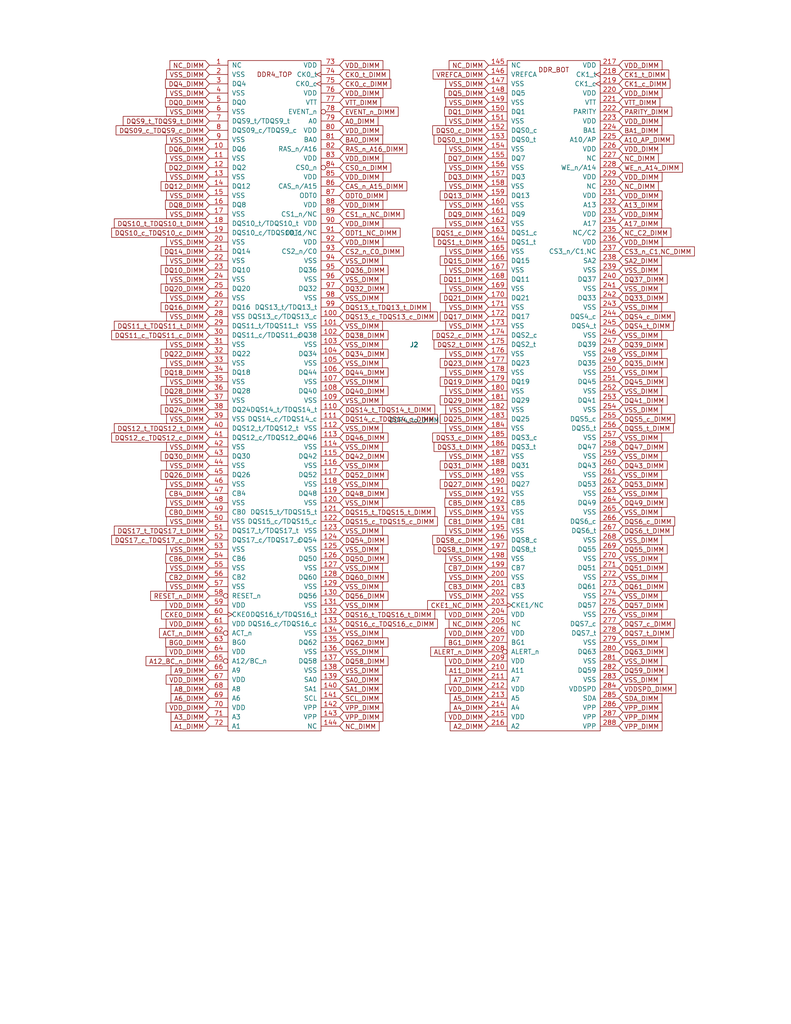
<source format=kicad_sch>
(kicad_sch (version 20230121) (generator eeschema)
  (paper "USLetter" portrait)
  (title_block (title "DDR4 signals on the DIMM. (288 pins, ECC).") (date "2019-11-01") (rev "1") (comment 1 "Autogenerated. See misc/check-ddr4.py"))
  (global_label "VDD_DIMM" (shape input) (at 133.35 172.72 180) (property "Intersheetrefs" "${INTERSHEET_REFS}" (effects hide)))
  (global_label "VSS_DIMM" (shape input) (at 133.35 88.9 180) (property "Intersheetrefs" "${INTERSHEET_REFS}" (effects hide)))
  (global_label "DQ17_DIMM" (shape input) (at 133.35 86.36 180) (property "Intersheetrefs" "${INTERSHEET_REFS}" (effects hide)))
  (global_label "DQS14_c_TDQS14_c_DIMM" (shape input) (at 92.71 114.3 0) (property "Intersheetrefs" "${INTERSHEET_REFS}" (effects hide)))
  (global_label "CS3_n_C1,NC_DIMM" (shape input) (at 168.91 68.58 0) (property "Intersheetrefs" "${INTERSHEET_REFS}" (effects hide)))
  (global_label "VSS_DIMM" (shape input) (at 92.71 132.08 0) (property "Intersheetrefs" "${INTERSHEET_REFS}" (effects hide)))
  (global_label "VDD_DIMM" (shape input) (at 57.15 177.8 180) (property "Intersheetrefs" "${INTERSHEET_REFS}" (effects hide)))
  (global_label "DQS5_t_DIMM" (shape input) (at 168.91 116.84 0) (property "Intersheetrefs" "${INTERSHEET_REFS}" (effects hide)))
  (global_label "DQ29_DIMM" (shape input) (at 133.35 109.22 180) (property "Intersheetrefs" "${INTERSHEET_REFS}" (effects hide)))
  (global_label "DQS1_c_DIMM" (shape input) (at 133.35 63.5 180) (property "Intersheetrefs" "${INTERSHEET_REFS}" (effects hide)))
  (global_label "CB1_DIMM" (shape input) (at 133.35 142.24 180) (property "Intersheetrefs" "${INTERSHEET_REFS}" (effects hide)))
  (global_label "VDD_DIMM" (shape input) (at 57.15 185.42 180) (property "Intersheetrefs" "${INTERSHEET_REFS}" (effects hide)))
  (global_label "DQS11_c_TDQS11_c_DIMM" (shape input) (at 57.15 91.44 180) (property "Intersheetrefs" "${INTERSHEET_REFS}" (effects hide)))
  (global_label "VSS_DIMM" (shape input) (at 57.15 20.32 180) (property "Intersheetrefs" "${INTERSHEET_REFS}" (effects hide)))
  (global_label "DQS4_c_DIMM" (shape input) (at 168.91 86.36 0) (property "Intersheetrefs" "${INTERSHEET_REFS}" (effects hide)))
  (global_label "DQS11_t_TDQS11_t_DIMM" (shape input) (at 57.15 88.9 180) (property "Intersheetrefs" "${INTERSHEET_REFS}" (effects hide)))
  (global_label "DQ21_DIMM" (shape input) (at 133.35 81.28 180) (property "Intersheetrefs" "${INTERSHEET_REFS}" (effects hide)))
  (global_label "NC_DIMM" (shape input) (at 133.35 170.18 180) (property "Intersheetrefs" "${INTERSHEET_REFS}" (effects hide)))
  (global_label "DQS15_t_TDQS15_t_DIMM" (shape input) (at 92.71 139.7 0) (property "Intersheetrefs" "${INTERSHEET_REFS}" (effects hide)))
  (global_label "DQS17_t_TDQS17_t_DIMM" (shape input) (at 57.15 144.78 180) (property "Intersheetrefs" "${INTERSHEET_REFS}" (effects hide)))
  (global_label "VSS_DIMM" (shape input) (at 133.35 55.88 180) (property "Intersheetrefs" "${INTERSHEET_REFS}" (effects hide)))
  (global_label "WE_n_A14_DIMM" (shape input) (at 168.91 45.72 0) (property "Intersheetrefs" "${INTERSHEET_REFS}" (effects hide)))
  (global_label "VSS_DIMM" (shape input) (at 92.71 71.12 0) (property "Intersheetrefs" "${INTERSHEET_REFS}" (effects hide)))
  (global_label "VSS_DIMM" (shape input) (at 133.35 124.46 180) (property "Intersheetrefs" "${INTERSHEET_REFS}" (effects hide)))
  (global_label "VSS_DIMM" (shape input) (at 57.15 48.26 180) (property "Intersheetrefs" "${INTERSHEET_REFS}" (effects hide)))
  (global_label "VSS_DIMM" (shape input) (at 133.35 106.68 180) (property "Intersheetrefs" "${INTERSHEET_REFS}" (effects hide)))
  (global_label "DQ47_DIMM" (shape input) (at 168.91 121.92 0) (property "Intersheetrefs" "${INTERSHEET_REFS}" (effects hide)))
  (global_label "A12_BC_n_DIMM" (shape input) (at 57.15 180.34 180) (property "Intersheetrefs" "${INTERSHEET_REFS}" (effects hide)))
  (global_label "CB0_DIMM" (shape input) (at 57.15 139.7 180) (property "Intersheetrefs" "${INTERSHEET_REFS}" (effects hide)))
  (global_label "VSS_DIMM" (shape input) (at 57.15 160.02 180) (property "Intersheetrefs" "${INTERSHEET_REFS}" (effects hide)))
  (global_label "VSS_DIMM" (shape input) (at 168.91 101.6 0) (property "Intersheetrefs" "${INTERSHEET_REFS}" (effects hide)))
  (global_label "DQS16_c_TDQS16_c_DIMM" (shape input) (at 92.71 170.18 0) (property "Intersheetrefs" "${INTERSHEET_REFS}" (effects hide)))
  (global_label "DQ40_DIMM" (shape input) (at 92.71 106.68 0) (property "Intersheetrefs" "${INTERSHEET_REFS}" (effects hide)))
  (global_label "DQ59_DIMM" (shape input) (at 168.91 182.88 0) (property "Intersheetrefs" "${INTERSHEET_REFS}" (effects hide)))
  (global_label "VSS_DIMM" (shape input) (at 133.35 129.54 180) (property "Intersheetrefs" "${INTERSHEET_REFS}" (effects hide)))
  (global_label "DQ14_DIMM" (shape input) (at 57.15 68.58 180) (property "Intersheetrefs" "${INTERSHEET_REFS}" (effects hide)))
  (global_label "VPP_DIMM" (shape input) (at 168.91 198.12 0) (property "Intersheetrefs" "${INTERSHEET_REFS}" (effects hide)))
  (global_label "VSS_DIMM" (shape input) (at 168.91 175.26 0) (property "Intersheetrefs" "${INTERSHEET_REFS}" (effects hide)))
  (global_label "DQ60_DIMM" (shape input) (at 92.71 157.48 0) (property "Intersheetrefs" "${INTERSHEET_REFS}" (effects hide)))
  (global_label "VDD_DIMM" (shape input) (at 92.71 66.04 0) (property "Intersheetrefs" "${INTERSHEET_REFS}" (effects hide)))
  (global_label "VSS_DIMM" (shape input) (at 57.15 121.92 180) (property "Intersheetrefs" "${INTERSHEET_REFS}" (effects hide)))
  (global_label "BA1_DIMM" (shape input) (at 168.91 35.56 0) (property "Intersheetrefs" "${INTERSHEET_REFS}" (effects hide)))
  (global_label "DQ20_DIMM" (shape input) (at 57.15 78.74 180) (property "Intersheetrefs" "${INTERSHEET_REFS}" (effects hide)))
  (global_label "VSS_DIMM" (shape input) (at 168.91 78.74 0) (property "Intersheetrefs" "${INTERSHEET_REFS}" (effects hide)))
  (global_label "VREFCA_DIMM" (shape input) (at 133.35 20.32 180) (property "Intersheetrefs" "${INTERSHEET_REFS}" (effects hide)))
  (global_label "VSS_DIMM" (shape input) (at 133.35 45.72 180) (property "Intersheetrefs" "${INTERSHEET_REFS}" (effects hide)))
  (global_label "ODT1_NC_DIMM" (shape input) (at 92.71 63.5 0) (property "Intersheetrefs" "${INTERSHEET_REFS}" (effects hide)))
  (global_label "VSS_DIMM" (shape input) (at 92.71 177.8 0) (property "Intersheetrefs" "${INTERSHEET_REFS}" (effects hide)))
  (global_label "DQ46_DIMM" (shape input) (at 92.71 119.38 0) (property "Intersheetrefs" "${INTERSHEET_REFS}" (effects hide)))
  (global_label "DQS13_c_TDQS13_c_DIMM" (shape input) (at 92.71 86.36 0) (property "Intersheetrefs" "${INTERSHEET_REFS}" (effects hide)))
  (global_label "DQ58_DIMM" (shape input) (at 92.71 180.34 0) (property "Intersheetrefs" "${INTERSHEET_REFS}" (effects hide)))
  (global_label "DQS16_t_TDQS16_t_DIMM" (shape input) (at 92.71 167.64 0) (property "Intersheetrefs" "${INTERSHEET_REFS}" (effects hide)))
  (global_label "DQS5_c_DIMM" (shape input) (at 168.91 114.3 0) (property "Intersheetrefs" "${INTERSHEET_REFS}" (effects hide)))
  (global_label "RESET_n_DIMM" (shape input) (at 57.15 162.56 180) (property "Intersheetrefs" "${INTERSHEET_REFS}" (effects hide)))
  (global_label "VSS_DIMM" (shape input) (at 92.71 160.02 0) (property "Intersheetrefs" "${INTERSHEET_REFS}" (effects hide)))
  (global_label "DQS3_t_DIMM" (shape input) (at 133.35 121.92 180) (property "Intersheetrefs" "${INTERSHEET_REFS}" (effects hide)))
  (global_label "DQ42_DIMM" (shape input) (at 92.71 124.46 0) (property "Intersheetrefs" "${INTERSHEET_REFS}" (effects hide)))
  (global_label "DQS8_c_DIMM" (shape input) (at 133.35 147.32 180) (property "Intersheetrefs" "${INTERSHEET_REFS}" (effects hide)))
  (global_label "DQ36_DIMM" (shape input) (at 92.71 73.66 0) (property "Intersheetrefs" "${INTERSHEET_REFS}" (effects hide)))
  (global_label "VSS_DIMM" (shape input) (at 57.15 76.2 180) (property "Intersheetrefs" "${INTERSHEET_REFS}" (effects hide)))
  (global_label "DQ9_DIMM" (shape input) (at 133.35 58.42 180) (property "Intersheetrefs" "${INTERSHEET_REFS}" (effects hide)))
  (global_label "VSS_DIMM" (shape input) (at 92.71 127 0) (property "Intersheetrefs" "${INTERSHEET_REFS}" (effects hide)))
  (global_label "DQ51_DIMM" (shape input) (at 168.91 154.94 0) (property "Intersheetrefs" "${INTERSHEET_REFS}" (effects hide)))
  (global_label "DQ23_DIMM" (shape input) (at 133.35 99.06 180) (property "Intersheetrefs" "${INTERSHEET_REFS}" (effects hide)))
  (global_label "DQ44_DIMM" (shape input) (at 92.71 101.6 0) (property "Intersheetrefs" "${INTERSHEET_REFS}" (effects hide)))
  (global_label "ODT0_DIMM" (shape input) (at 92.71 53.34 0) (property "Intersheetrefs" "${INTERSHEET_REFS}" (effects hide)))
  (global_label "A10_AP_DIMM" (shape input) (at 168.91 38.1 0) (property "Intersheetrefs" "${INTERSHEET_REFS}" (effects hide)))
  (global_label "VSS_DIMM" (shape input) (at 168.91 180.34 0) (property "Intersheetrefs" "${INTERSHEET_REFS}" (effects hide)))
  (global_label "VSS_DIMM" (shape input) (at 57.15 58.42 180) (property "Intersheetrefs" "${INTERSHEET_REFS}" (effects hide)))
  (global_label "SA1_DIMM" (shape input) (at 92.71 187.96 0) (property "Intersheetrefs" "${INTERSHEET_REFS}" (effects hide)))
  (global_label "DQ45_DIMM" (shape input) (at 168.91 104.14 0) (property "Intersheetrefs" "${INTERSHEET_REFS}" (effects hide)))
  (global_label "DQ54_DIMM" (shape input) (at 92.71 147.32 0) (property "Intersheetrefs" "${INTERSHEET_REFS}" (effects hide)))
  (global_label "A9_DIMM" (shape input) (at 57.15 182.88 180) (property "Intersheetrefs" "${INTERSHEET_REFS}" (effects hide)))
  (global_label "VDD_DIMM" (shape input) (at 92.71 43.18 0) (property "Intersheetrefs" "${INTERSHEET_REFS}" (effects hide)))
  (global_label "VSS_DIMM" (shape input) (at 92.71 76.2 0) (property "Intersheetrefs" "${INTERSHEET_REFS}" (effects hide)))
  (global_label "A11_DIMM" (shape input) (at 133.35 182.88 180) (property "Intersheetrefs" "${INTERSHEET_REFS}" (effects hide)))
  (global_label "SDA_DIMM" (shape input) (at 168.91 190.5 0) (property "Intersheetrefs" "${INTERSHEET_REFS}" (effects hide)))
  (global_label "VSS_DIMM" (shape input) (at 92.71 121.92 0) (property "Intersheetrefs" "${INTERSHEET_REFS}" (effects hide)))
  (global_label "VPP_DIMM" (shape input) (at 92.71 195.58 0) (property "Intersheetrefs" "${INTERSHEET_REFS}" (effects hide)))
  (global_label "VDD_DIMM" (shape input) (at 57.15 193.04 180) (property "Intersheetrefs" "${INTERSHEET_REFS}" (effects hide)))
  (global_label "EVENT_n_DIMM" (shape input) (at 92.71 30.48 0) (property "Intersheetrefs" "${INTERSHEET_REFS}" (effects hide)))
  (global_label "VSS_DIMM" (shape input) (at 168.91 162.56 0) (property "Intersheetrefs" "${INTERSHEET_REFS}" (effects hide)))
  (global_label "SCL_DIMM" (shape input) (at 92.71 190.5 0) (property "Intersheetrefs" "${INTERSHEET_REFS}" (effects hide)))
  (global_label "DQ32_DIMM" (shape input) (at 92.71 78.74 0) (property "Intersheetrefs" "${INTERSHEET_REFS}" (effects hide)))
  (global_label "VSS_DIMM" (shape input) (at 168.91 129.54 0) (property "Intersheetrefs" "${INTERSHEET_REFS}" (effects hide)))
  (global_label "VDD_DIMM" (shape input) (at 168.91 58.42 0) (property "Intersheetrefs" "${INTERSHEET_REFS}" (effects hide)))
  (global_label "VSS_DIMM" (shape input) (at 92.71 144.78 0) (property "Intersheetrefs" "${INTERSHEET_REFS}" (effects hide)))
  (global_label "CB3_DIMM" (shape input) (at 133.35 160.02 180) (property "Intersheetrefs" "${INTERSHEET_REFS}" (effects hide)))
  (global_label "VSS_DIMM" (shape input) (at 133.35 134.62 180) (property "Intersheetrefs" "${INTERSHEET_REFS}" (effects hide)))
  (global_label "BG1_DIMM" (shape input) (at 133.35 175.26 180) (property "Intersheetrefs" "${INTERSHEET_REFS}" (effects hide)))
  (global_label "VSS_DIMM" (shape input) (at 168.91 167.64 0) (property "Intersheetrefs" "${INTERSHEET_REFS}" (effects hide)))
  (global_label "BG0_DIMM" (shape input) (at 57.15 175.26 180) (property "Intersheetrefs" "${INTERSHEET_REFS}" (effects hide)))
  (global_label "VSS_DIMM" (shape input) (at 57.15 25.4 180) (property "Intersheetrefs" "${INTERSHEET_REFS}" (effects hide)))
  (global_label "VSS_DIMM" (shape input) (at 92.71 149.86 0) (property "Intersheetrefs" "${INTERSHEET_REFS}" (effects hide)))
  (global_label "DQS15_c_TDQS15_c_DIMM" (shape input) (at 92.71 142.24 0) (property "Intersheetrefs" "${INTERSHEET_REFS}" (effects hide)))
  (global_label "VSS_DIMM" (shape input) (at 168.91 91.44 0) (property "Intersheetrefs" "${INTERSHEET_REFS}" (effects hide)))
  (global_label "VSS_DIMM" (shape input) (at 57.15 104.14 180) (property "Intersheetrefs" "${INTERSHEET_REFS}" (effects hide)))
  (global_label "ACT_n_DIMM" (shape input) (at 57.15 172.72 180) (property "Intersheetrefs" "${INTERSHEET_REFS}" (effects hide)))
  (global_label "CB5_DIMM" (shape input) (at 133.35 137.16 180) (property "Intersheetrefs" "${INTERSHEET_REFS}" (effects hide)))
  (global_label "DQ31_DIMM" (shape input) (at 133.35 127 180) (property "Intersheetrefs" "${INTERSHEET_REFS}" (effects hide)))
  (global_label "VSS_DIMM" (shape input) (at 168.91 83.82 0) (property "Intersheetrefs" "${INTERSHEET_REFS}" (effects hide)))
  (global_label "DQ6_DIMM" (shape input) (at 57.15 40.64 180) (property "Intersheetrefs" "${INTERSHEET_REFS}" (effects hide)))
  (global_label "VSS_DIMM" (shape input) (at 92.71 182.88 0) (property "Intersheetrefs" "${INTERSHEET_REFS}" (effects hide)))
  (global_label "VSS_DIMM" (shape input) (at 168.91 147.32 0) (property "Intersheetrefs" "${INTERSHEET_REFS}" (effects hide)))
  (global_label "VSS_DIMM" (shape input) (at 57.15 127 180) (property "Intersheetrefs" "${INTERSHEET_REFS}" (effects hide)))
  (global_label "A3_DIMM" (shape input) (at 57.15 195.58 180) (property "Intersheetrefs" "${INTERSHEET_REFS}" (effects hide)))
  (global_label "DQ34_DIMM" (shape input) (at 92.71 96.52 0) (property "Intersheetrefs" "${INTERSHEET_REFS}" (effects hide)))
  (global_label "VSS_DIMM" (shape input) (at 133.35 139.7 180) (property "Intersheetrefs" "${INTERSHEET_REFS}" (effects hide)))
  (global_label "A6_DIMM" (shape input) (at 57.15 190.5 180) (property "Intersheetrefs" "${INTERSHEET_REFS}" (effects hide)))
  (global_label "VSS_DIMM" (shape input) (at 168.91 124.46 0) (property "Intersheetrefs" "${INTERSHEET_REFS}" (effects hide)))
  (global_label "DQ2_DIMM" (shape input) (at 57.15 45.72 180) (property "Intersheetrefs" "${INTERSHEET_REFS}" (effects hide)))
  (global_label "DQS6_t_DIMM" (shape input) (at 168.91 144.78 0) (property "Intersheetrefs" "${INTERSHEET_REFS}" (effects hide)))
  (global_label "DQ26_DIMM" (shape input) (at 57.15 129.54 180) (property "Intersheetrefs" "${INTERSHEET_REFS}" (effects hide)))
  (global_label "DQ1_DIMM" (shape input) (at 133.35 30.48 180) (property "Intersheetrefs" "${INTERSHEET_REFS}" (effects hide)))
  (global_label "SA0_DIMM" (shape input) (at 92.71 185.42 0) (property "Intersheetrefs" "${INTERSHEET_REFS}" (effects hide)))
  (global_label "VSS_DIMM" (shape input) (at 92.71 109.22 0) (property "Intersheetrefs" "${INTERSHEET_REFS}" (effects hide)))
  (global_label "VDD_DIMM" (shape input) (at 168.91 33.02 0) (property "Intersheetrefs" "${INTERSHEET_REFS}" (effects hide)))
  (global_label "DQ4_DIMM" (shape input) (at 57.15 22.86 180) (property "Intersheetrefs" "${INTERSHEET_REFS}" (effects hide)))
  (global_label "DQ56_DIMM" (shape input) (at 92.71 162.56 0) (property "Intersheetrefs" "${INTERSHEET_REFS}" (effects hide)))
  (global_label "VDD_DIMM" (shape input) (at 92.71 55.88 0) (property "Intersheetrefs" "${INTERSHEET_REFS}" (effects hide)))
  (global_label "VDD_DIMM" (shape input) (at 133.35 195.58 180) (property "Intersheetrefs" "${INTERSHEET_REFS}" (effects hide)))
  (global_label "VSS_DIMM" (shape input) (at 92.71 165.1 0) (property "Intersheetrefs" "${INTERSHEET_REFS}" (effects hide)))
  (global_label "VDD_DIMM" (shape input) (at 57.15 170.18 180) (property "Intersheetrefs" "${INTERSHEET_REFS}" (effects hide)))
  (global_label "DQ39_DIMM" (shape input) (at 168.91 93.98 0) (property "Intersheetrefs" "${INTERSHEET_REFS}" (effects hide)))
  (global_label "VSS_DIMM" (shape input) (at 57.15 30.48 180) (property "Intersheetrefs" "${INTERSHEET_REFS}" (effects hide)))
  (global_label "A5_DIMM" (shape input) (at 133.35 190.5 180) (property "Intersheetrefs" "${INTERSHEET_REFS}" (effects hide)))
  (global_label "VDD_DIMM" (shape input) (at 92.71 60.96 0) (property "Intersheetrefs" "${INTERSHEET_REFS}" (effects hide)))
  (global_label "VDD_DIMM" (shape input) (at 92.71 17.78 0) (property "Intersheetrefs" "${INTERSHEET_REFS}" (effects hide)))
  (global_label "VSS_DIMM" (shape input) (at 92.71 116.84 0) (property "Intersheetrefs" "${INTERSHEET_REFS}" (effects hide)))
  (global_label "DQ41_DIMM" (shape input) (at 168.91 109.22 0) (property "Intersheetrefs" "${INTERSHEET_REFS}" (effects hide)))
  (global_label "VDD_DIMM" (shape input) (at 133.35 180.34 180) (property "Intersheetrefs" "${INTERSHEET_REFS}" (effects hide)))
  (global_label "DQS0_c_DIMM" (shape input) (at 133.35 35.56 180) (property "Intersheetrefs" "${INTERSHEET_REFS}" (effects hide)))
  (global_label "DQ35_DIMM" (shape input) (at 168.91 99.06 0) (property "Intersheetrefs" "${INTERSHEET_REFS}" (effects hide)))
  (global_label "DQ5_DIMM" (shape input) (at 133.35 25.4 180) (property "Intersheetrefs" "${INTERSHEET_REFS}" (effects hide)))
  (global_label "VSS_DIMM" (shape input) (at 92.71 137.16 0) (property "Intersheetrefs" "${INTERSHEET_REFS}" (effects hide)))
  (global_label "CB4_DIMM" (shape input) (at 57.15 134.62 180) (property "Intersheetrefs" "${INTERSHEET_REFS}" (effects hide)))
  (global_label "VSS_DIMM" (shape input) (at 57.15 142.24 180) (property "Intersheetrefs" "${INTERSHEET_REFS}" (effects hide)))
  (global_label "A13_DIMM" (shape input) (at 168.91 55.88 0) (property "Intersheetrefs" "${INTERSHEET_REFS}" (effects hide)))
  (global_label "NC_C2_DIMM" (shape input) (at 168.91 63.5 0) (property "Intersheetrefs" "${INTERSHEET_REFS}" (effects hide)))
  (global_label "VSS_DIMM" (shape input) (at 133.35 157.48 180) (property "Intersheetrefs" "${INTERSHEET_REFS}" (effects hide)))
  (global_label "VSS_DIMM" (shape input) (at 133.35 68.58 180) (property "Intersheetrefs" "${INTERSHEET_REFS}" (effects hide)))
  (global_label "VSS_DIMM" (shape input) (at 133.35 33.02 180) (property "Intersheetrefs" "${INTERSHEET_REFS}" (effects hide)))
  (global_label "A2_DIMM" (shape input) (at 133.35 198.12 180) (property "Intersheetrefs" "${INTERSHEET_REFS}" (effects hide)))
  (global_label "DQ37_DIMM" (shape input) (at 168.91 76.2 0) (property "Intersheetrefs" "${INTERSHEET_REFS}" (effects hide)))
  (global_label "VPP_DIMM" (shape input) (at 168.91 195.58 0) (property "Intersheetrefs" "${INTERSHEET_REFS}" (effects hide)))
  (global_label "CB6_DIMM" (shape input) (at 57.15 152.4 180) (property "Intersheetrefs" "${INTERSHEET_REFS}" (effects hide)))
  (global_label "VSS_DIMM" (shape input) (at 92.71 93.98 0) (property "Intersheetrefs" "${INTERSHEET_REFS}" (effects hide)))
  (global_label "DQ33_DIMM" (shape input) (at 168.91 81.28 0) (property "Intersheetrefs" "${INTERSHEET_REFS}" (effects hide)))
  (global_label "VTT_DIMM" (shape input) (at 92.71 27.94 0) (property "Intersheetrefs" "${INTERSHEET_REFS}" (effects hide)))
  (global_label "VSS_DIMM" (shape input) (at 57.15 53.34 180) (property "Intersheetrefs" "${INTERSHEET_REFS}" (effects hide)))
  (global_label "VSS_DIMM" (shape input) (at 168.91 73.66 0) (property "Intersheetrefs" "${INTERSHEET_REFS}" (effects hide)))
  (global_label "CS1_n_NC_DIMM" (shape input) (at 92.71 58.42 0) (property "Intersheetrefs" "${INTERSHEET_REFS}" (effects hide)))
  (global_label "CAS_n_A15_DIMM" (shape input) (at 92.71 50.8 0) (property "Intersheetrefs" "${INTERSHEET_REFS}" (effects hide)))
  (global_label "A17_DIMM" (shape input) (at 168.91 60.96 0) (property "Intersheetrefs" "${INTERSHEET_REFS}" (effects hide)))
  (global_label "CK1_t_DIMM" (shape input) (at 168.91 20.32 0) (property "Intersheetrefs" "${INTERSHEET_REFS}" (effects hide)))
  (global_label "DQ63_DIMM" (shape input) (at 168.91 177.8 0) (property "Intersheetrefs" "${INTERSHEET_REFS}" (effects hide)))
  (global_label "DQS9_t_TDQS9_t_DIMM" (shape input) (at 57.15 33.02 180) (property "Intersheetrefs" "${INTERSHEET_REFS}" (effects hide)))
  (global_label "VDD_DIMM" (shape input) (at 168.91 25.4 0) (property "Intersheetrefs" "${INTERSHEET_REFS}" (effects hide)))
  (global_label "CKE1_NC_DIMM" (shape input) (at 133.35 165.1 180) (property "Intersheetrefs" "${INTERSHEET_REFS}" (effects hide)))
  (global_label "VSS_DIMM" (shape input) (at 133.35 96.52 180) (property "Intersheetrefs" "${INTERSHEET_REFS}" (effects hide)))
  (global_label "VSS_DIMM" (shape input) (at 92.71 81.28 0) (property "Intersheetrefs" "${INTERSHEET_REFS}" (effects hide)))
  (global_label "VSS_DIMM" (shape input) (at 133.35 78.74 180) (property "Intersheetrefs" "${INTERSHEET_REFS}" (effects hide)))
  (global_label "DQ24_DIMM" (shape input) (at 57.15 111.76 180) (property "Intersheetrefs" "${INTERSHEET_REFS}" (effects hide)))
  (global_label "DQ62_DIMM" (shape input) (at 92.71 175.26 0) (property "Intersheetrefs" "${INTERSHEET_REFS}" (effects hide)))
  (global_label "DQS7_t_DIMM" (shape input) (at 168.91 172.72 0) (property "Intersheetrefs" "${INTERSHEET_REFS}" (effects hide)))
  (global_label "DQS2_t_DIMM" (shape input) (at 133.35 93.98 180) (property "Intersheetrefs" "${INTERSHEET_REFS}" (effects hide)))
  (global_label "VSS_DIMM" (shape input) (at 168.91 111.76 0) (property "Intersheetrefs" "${INTERSHEET_REFS}" (effects hide)))
  (global_label "VSS_DIMM" (shape input) (at 133.35 144.78 180) (property "Intersheetrefs" "${INTERSHEET_REFS}" (effects hide)))
  (global_label "VSS_DIMM" (shape input) (at 57.15 114.3 180) (property "Intersheetrefs" "${INTERSHEET_REFS}" (effects hide)))
  (global_label "NC_DIMM" (shape input) (at 57.15 17.78 180) (property "Intersheetrefs" "${INTERSHEET_REFS}" (effects hide)))
  (global_label "VSS_DIMM" (shape input) (at 168.91 106.68 0) (property "Intersheetrefs" "${INTERSHEET_REFS}" (effects hide)))
  (global_label "VSS_DIMM" (shape input) (at 57.15 137.16 180) (property "Intersheetrefs" "${INTERSHEET_REFS}" (effects hide)))
  (global_label "VSS_DIMM" (shape input) (at 57.15 66.04 180) (property "Intersheetrefs" "${INTERSHEET_REFS}" (effects hide)))
  (global_label "A1_DIMM" (shape input) (at 57.15 198.12 180) (property "Intersheetrefs" "${INTERSHEET_REFS}" (effects hide)))
  (global_label "VSS_DIMM" (shape input) (at 133.35 111.76 180) (property "Intersheetrefs" "${INTERSHEET_REFS}" (effects hide)))
  (global_label "VSS_DIMM" (shape input) (at 133.35 162.56 180) (property "Intersheetrefs" "${INTERSHEET_REFS}" (effects hide)))
  (global_label "DQ43_DIMM" (shape input) (at 168.91 127 0) (property "Intersheetrefs" "${INTERSHEET_REFS}" (effects hide)))
  (global_label "VSS_DIMM" (shape input) (at 168.91 157.48 0) (property "Intersheetrefs" "${INTERSHEET_REFS}" (effects hide)))
  (global_label "VSS_DIMM" (shape input) (at 57.15 71.12 180) (property "Intersheetrefs" "${INTERSHEET_REFS}" (effects hide)))
  (global_label "VSS_DIMM" (shape input) (at 168.91 139.7 0) (property "Intersheetrefs" "${INTERSHEET_REFS}" (effects hide)))
  (global_label "VSS_DIMM" (shape input) (at 168.91 134.62 0) (property "Intersheetrefs" "${INTERSHEET_REFS}" (effects hide)))
  (global_label "VSS_DIMM" (shape input) (at 92.71 104.14 0) (property "Intersheetrefs" "${INTERSHEET_REFS}" (effects hide)))
  (global_label "DQS2_c_DIMM" (shape input) (at 133.35 91.44 180) (property "Intersheetrefs" "${INTERSHEET_REFS}" (effects hide)))
  (global_label "DQ25_DIMM" (shape input) (at 133.35 114.3 180) (property "Intersheetrefs" "${INTERSHEET_REFS}" (effects hide)))
  (global_label "VSS_DIMM" (shape input) (at 92.71 154.94 0) (property "Intersheetrefs" "${INTERSHEET_REFS}" (effects hide)))
  (global_label "DQ12_DIMM" (shape input) (at 57.15 50.8 180) (property "Intersheetrefs" "${INTERSHEET_REFS}" (effects hide)))
  (global_label "DQ18_DIMM" (shape input) (at 57.15 101.6 180) (property "Intersheetrefs" "${INTERSHEET_REFS}" (effects hide)))
  (global_label "VSS_DIMM" (shape input) (at 57.15 81.28 180) (property "Intersheetrefs" "${INTERSHEET_REFS}" (effects hide)))
  (global_label "VSS_DIMM" (shape input) (at 92.71 99.06 0) (property "Intersheetrefs" "${INTERSHEET_REFS}" (effects hide)))
  (global_label "DQS10_t_TDQS10_t_DIMM" (shape input) (at 57.15 60.96 180) (property "Intersheetrefs" "${INTERSHEET_REFS}" (effects hide)))
  (global_label "DQ30_DIMM" (shape input) (at 57.15 124.46 180) (property "Intersheetrefs" "${INTERSHEET_REFS}" (effects hide)))
  (global_label "DQ13_DIMM" (shape input) (at 133.35 53.34 180) (property "Intersheetrefs" "${INTERSHEET_REFS}" (effects hide)))
  (global_label "VDD_DIMM" (shape input) (at 57.15 165.1 180) (property "Intersheetrefs" "${INTERSHEET_REFS}" (effects hide)))
  (global_label "VSS_DIMM" (shape input) (at 57.15 86.36 180) (property "Intersheetrefs" "${INTERSHEET_REFS}" (effects hide)))
  (global_label "VDDSPD_DIMM" (shape input) (at 168.91 187.96 0) (property "Intersheetrefs" "${INTERSHEET_REFS}" (effects hide)))
  (global_label "VSS_DIMM" (shape input) (at 168.91 152.4 0) (property "Intersheetrefs" "${INTERSHEET_REFS}" (effects hide)))
  (global_label "DQS6_c_DIMM" (shape input) (at 168.91 142.24 0) (property "Intersheetrefs" "${INTERSHEET_REFS}" (effects hide)))
  (global_label "DQS3_c_DIMM" (shape input) (at 133.35 119.38 180) (property "Intersheetrefs" "${INTERSHEET_REFS}" (effects hide)))
  (global_label "DQ38_DIMM" (shape input) (at 92.71 91.44 0) (property "Intersheetrefs" "${INTERSHEET_REFS}" (effects hide)))
  (global_label "VSS_DIMM" (shape input) (at 133.35 101.6 180) (property "Intersheetrefs" "${INTERSHEET_REFS}" (effects hide)))
  (global_label "DQ15_DIMM" (shape input) (at 133.35 71.12 180) (property "Intersheetrefs" "${INTERSHEET_REFS}" (effects hide)))
  (global_label "VDD_DIMM" (shape input) (at 168.91 53.34 0) (property "Intersheetrefs" "${INTERSHEET_REFS}" (effects hide)))
  (global_label "VDD_DIMM" (shape input) (at 168.91 48.26 0) (property "Intersheetrefs" "${INTERSHEET_REFS}" (effects hide)))
  (global_label "A4_DIMM" (shape input) (at 133.35 193.04 180) (property "Intersheetrefs" "${INTERSHEET_REFS}" (effects hide)))
  (global_label "DQ19_DIMM" (shape input) (at 133.35 104.14 180) (property "Intersheetrefs" "${INTERSHEET_REFS}" (effects hide)))
  (global_label "DQ50_DIMM" (shape input) (at 92.71 152.4 0) (property "Intersheetrefs" "${INTERSHEET_REFS}" (effects hide)))
  (global_label "DQ8_DIMM" (shape input) (at 57.15 55.88 180) (property "Intersheetrefs" "${INTERSHEET_REFS}" (effects hide)))
  (global_label "VTT_DIMM" (shape input) (at 168.91 27.94 0) (property "Intersheetrefs" "${INTERSHEET_REFS}" (effects hide)))
  (global_label "VSS_DIMM" (shape input) (at 57.15 99.06 180) (property "Intersheetrefs" "${INTERSHEET_REFS}" (effects hide)))
  (global_label "DQ57_DIMM" (shape input) (at 168.91 165.1 0) (property "Intersheetrefs" "${INTERSHEET_REFS}" (effects hide)))
  (global_label "VSS_DIMM" (shape input) (at 133.35 152.4 180) (property "Intersheetrefs" "${INTERSHEET_REFS}" (effects hide)))
  (global_label "DQ7_DIMM" (shape input) (at 133.35 43.18 180) (property "Intersheetrefs" "${INTERSHEET_REFS}" (effects hide)))
  (global_label "DQS13_t_TDQ13_t_DIMM" (shape input) (at 92.71 83.82 0) (property "Intersheetrefs" "${INTERSHEET_REFS}" (effects hide)))
  (global_label "VSS_DIMM" (shape input) (at 168.91 96.52 0) (property "Intersheetrefs" "${INTERSHEET_REFS}" (effects hide)))
  (global_label "DQS12_t_TDQS12_t_DIMM" (shape input) (at 57.15 116.84 180) (property "Intersheetrefs" "${INTERSHEET_REFS}" (effects hide)))
  (global_label "VSS_DIMM" (shape input) (at 133.35 22.86 180) (property "Intersheetrefs" "${INTERSHEET_REFS}" (effects hide)))
  (global_label "NC_DIMM" (shape input) (at 168.91 50.8 0) (property "Intersheetrefs" "${INTERSHEET_REFS}" (effects hide)))
  (global_label "DQ10_DIMM" (shape input) (at 57.15 73.66 180) (property "Intersheetrefs" "${INTERSHEET_REFS}" (effects hide)))
  (global_label "VSS_DIMM" (shape input) (at 133.35 27.94 180) (property "Intersheetrefs" "${INTERSHEET_REFS}" (effects hide)))
  (global_label "VSS_DIMM" (shape input) (at 92.71 172.72 0) (property "Intersheetrefs" "${INTERSHEET_REFS}" (effects hide)))
  (global_label "DQ11_DIMM" (shape input) (at 133.35 76.2 180) (property "Intersheetrefs" "${INTERSHEET_REFS}" (effects hide)))
  (global_label "CB7_DIMM" (shape input) (at 133.35 154.94 180) (property "Intersheetrefs" "${INTERSHEET_REFS}" (effects hide)))
  (global_label "NC_DIMM" (shape input) (at 133.35 17.78 180) (property "Intersheetrefs" "${INTERSHEET_REFS}" (effects hide)))
  (global_label "SA2_DIMM" (shape input) (at 168.91 71.12 0) (property "Intersheetrefs" "${INTERSHEET_REFS}" (effects hide)))
  (global_label "PARITY_DIMM" (shape input) (at 168.91 30.48 0) (property "Intersheetrefs" "${INTERSHEET_REFS}" (effects hide)))
  (global_label "VSS_DIMM" (shape input) (at 57.15 93.98 180) (property "Intersheetrefs" "${INTERSHEET_REFS}" (effects hide)))
  (global_label "VDD_DIMM" (shape input) (at 92.71 25.4 0) (property "Intersheetrefs" "${INTERSHEET_REFS}" (effects hide)))
  (global_label "DQ27_DIMM" (shape input) (at 133.35 132.08 180) (property "Intersheetrefs" "${INTERSHEET_REFS}" (effects hide)))
  (global_label "DQS10_c_TDQS10_c_DIMM" (shape input) (at 57.15 63.5 180) (property "Intersheetrefs" "${INTERSHEET_REFS}" (effects hide)))
  (global_label "VSS_DIMM" (shape input) (at 168.91 185.42 0) (property "Intersheetrefs" "${INTERSHEET_REFS}" (effects hide)))
  (global_label "CK0_c_DIMM" (shape input) (at 92.71 22.86 0) (property "Intersheetrefs" "${INTERSHEET_REFS}" (effects hide)))
  (global_label "DQ28_DIMM" (shape input) (at 57.15 106.68 180) (property "Intersheetrefs" "${INTERSHEET_REFS}" (effects hide)))
  (global_label "VSS_DIMM" (shape input) (at 57.15 109.22 180) (property "Intersheetrefs" "${INTERSHEET_REFS}" (effects hide)))
  (global_label "DQ55_DIMM" (shape input) (at 168.91 149.86 0) (property "Intersheetrefs" "${INTERSHEET_REFS}" (effects hide)))
  (global_label "DQS1_t_DIMM" (shape input) (at 133.35 66.04 180) (property "Intersheetrefs" "${INTERSHEET_REFS}" (effects hide)))
  (global_label "VSS_DIMM" (shape input) (at 133.35 73.66 180) (property "Intersheetrefs" "${INTERSHEET_REFS}" (effects hide)))
  (global_label "A7_DIMM" (shape input) (at 133.35 185.42 180) (property "Intersheetrefs" "${INTERSHEET_REFS}" (effects hide)))
  (global_label "VSS_DIMM" (shape input) (at 57.15 132.08 180) (property "Intersheetrefs" "${INTERSHEET_REFS}" (effects hide)))
  (global_label "VSS_DIMM" (shape input) (at 133.35 50.8 180) (property "Intersheetrefs" "${INTERSHEET_REFS}" (effects hide)))
  (global_label "NC_DIMM" (shape input) (at 92.71 198.12 0) (property "Intersheetrefs" "${INTERSHEET_REFS}" (effects hide)))
  (global_label "VSS_DIMM" (shape input) (at 133.35 116.84 180) (property "Intersheetrefs" "${INTERSHEET_REFS}" (effects hide)))
  (global_label "DQ48_DIMM" (shape input) (at 92.71 134.62 0) (property "Intersheetrefs" "${INTERSHEET_REFS}" (effects hide)))
  (global_label "VDD_DIMM" (shape input) (at 92.71 48.26 0) (property "Intersheetrefs" "${INTERSHEET_REFS}" (effects hide)))
  (global_label "VPP_DIMM" (shape input) (at 168.91 193.04 0) (property "Intersheetrefs" "${INTERSHEET_REFS}" (effects hide)))
  (global_label "VSS_DIMM" (shape input) (at 57.15 149.86 180) (property "Intersheetrefs" "${INTERSHEET_REFS}" (effects hide)))
  (global_label "DQS09_c_TDQS9_c_DIMM" (shape input) (at 57.15 35.56 180) (property "Intersheetrefs" "${INTERSHEET_REFS}" (effects hide)))
  (global_label "DQS0_t_DIMM" (shape input) (at 133.35 38.1 180) (property "Intersheetrefs" "${INTERSHEET_REFS}" (effects hide)))
  (global_label "CS2_n_C0_DIMM" (shape input) (at 92.71 68.58 0) (property "Intersheetrefs" "${INTERSHEET_REFS}" (effects hide)))
  (global_label "DQ61_DIMM" (shape input) (at 168.91 160.02 0) (property "Intersheetrefs" "${INTERSHEET_REFS}" (effects hide)))
  (global_label "CKE0_DIMM" (shape input) (at 57.15 167.64 180) (property "Intersheetrefs" "${INTERSHEET_REFS}" (effects hide)))
  (global_label "VDD_DIMM" (shape input) (at 133.35 167.64 180) (property "Intersheetrefs" "${INTERSHEET_REFS}" (effects hide)))
  (global_label "VSS_DIMM" (shape input) (at 133.35 60.96 180) (property "Intersheetrefs" "${INTERSHEET_REFS}" (effects hide)))
  (global_label "A8_DIMM" (shape input) (at 57.15 187.96 180) (property "Intersheetrefs" "${INTERSHEET_REFS}" (effects hide)))
  (global_label "VDD_DIMM" (shape input) (at 168.91 40.64 0) (property "Intersheetrefs" "${INTERSHEET_REFS}" (effects hide)))
  (global_label "DQ0_DIMM" (shape input) (at 57.15 27.94 180) (property "Intersheetrefs" "${INTERSHEET_REFS}" (effects hide)))
  (global_label "VDD_DIMM" (shape input) (at 133.35 187.96 180) (property "Intersheetrefs" "${INTERSHEET_REFS}" (effects hide)))
  (global_label "VSS_DIMM" (shape input) (at 133.35 83.82 180) (property "Intersheetrefs" "${INTERSHEET_REFS}" (effects hide)))
  (global_label "DQS4_t_DIMM" (shape input) (at 168.91 88.9 0) (property "Intersheetrefs" "${INTERSHEET_REFS}" (effects hide)))
  (global_label "VSS_DIMM" (shape input) (at 57.15 38.1 180) (property "Intersheetrefs" "${INTERSHEET_REFS}" (effects hide)))
  (global_label "DQS14_t_TDQS14_t_DIMM" (shape input) (at 92.71 111.76 0) (property "Intersheetrefs" "${INTERSHEET_REFS}" (effects hide)))
  (global_label "DQ52_DIMM" (shape input) (at 92.71 129.54 0) (property "Intersheetrefs" "${INTERSHEET_REFS}" (effects hide)))
  (global_label "DQS8_t_DIMM" (shape input) (at 133.35 149.86 180) (property "Intersheetrefs" "${INTERSHEET_REFS}" (effects hide)))
  (global_label "VDD_DIMM" (shape input) (at 168.91 17.78 0) (property "Intersheetrefs" "${INTERSHEET_REFS}" (effects hide)))
  (global_label "VSS_DIMM" (shape input) (at 57.15 154.94 180) (property "Intersheetrefs" "${INTERSHEET_REFS}" (effects hide)))
  (global_label "ALERT_n_DIMM" (shape input) (at 133.35 177.8 180) (property "Intersheetrefs" "${INTERSHEET_REFS}" (effects hide)))
  (global_label "DQ53_DIMM" (shape input) (at 168.91 132.08 0) (property "Intersheetrefs" "${INTERSHEET_REFS}" (effects hide)))
  (global_label "DQS17_c_TDQS17_c_DIMM" (shape input) (at 57.15 147.32 180) (property "Intersheetrefs" "${INTERSHEET_REFS}" (effects hide)))
  (global_label "VPP_DIMM" (shape input) (at 92.71 193.04 0) (property "Intersheetrefs" "${INTERSHEET_REFS}" (effects hide)))
  (global_label "CK0_t_DIMM" (shape input) (at 92.71 20.32 0) (property "Intersheetrefs" "${INTERSHEET_REFS}" (effects hide)))
  (global_label "VSS_DIMM" (shape input) (at 57.15 43.18 180) (property "Intersheetrefs" "${INTERSHEET_REFS}" (effects hide)))
  (global_label "VDD_DIMM" (shape input) (at 168.91 66.04 0) (property "Intersheetrefs" "${INTERSHEET_REFS}" (effects hide)))
  (global_label "A0_DIMM" (shape input) (at 92.71 33.02 0) (property "Intersheetrefs" "${INTERSHEET_REFS}" (effects hide)))
  (global_label "BA0_DIMM" (shape input) (at 92.71 38.1 0) (property "Intersheetrefs" "${INTERSHEET_REFS}" (effects hide)))
  (global_label "VSS_DIMM" (shape input) (at 92.71 88.9 0) (property "Intersheetrefs" "${INTERSHEET_REFS}" (effects hide)))
  (global_label "DQ22_DIMM" (shape input) (at 57.15 96.52 180) (property "Intersheetrefs" "${INTERSHEET_REFS}" (effects hide)))
  (global_label "VSS_DIMM" (shape input) (at 168.91 119.38 0) (property "Intersheetrefs" "${INTERSHEET_REFS}" (effects hide)))
  (global_label "CK1_c_DIMM" (shape input) (at 168.91 22.86 0) (property "Intersheetrefs" "${INTERSHEET_REFS}" (effects hide)))
  (global_label "CS0_n_DIMM" (shape input) (at 92.71 45.72 0) (property "Intersheetrefs" "${INTERSHEET_REFS}" (effects hide)))
  (global_label "DQS12_c_TDQS12_c_DIMM" (shape input) (at 57.15 119.38 180) (property "Intersheetrefs" "${INTERSHEET_REFS}" (effects hide)))
  (global_label "DQ16_DIMM" (shape input) (at 57.15 83.82 180) (property "Intersheetrefs" "${INTERSHEET_REFS}" (effects hide)))
  (global_label "DQS7_c_DIMM" (shape input) (at 168.91 170.18 0) (property "Intersheetrefs" "${INTERSHEET_REFS}" (effects hide)))
  (global_label "RAS_n_A16_DIMM" (shape input) (at 92.71 40.64 0) (property "Intersheetrefs" "${INTERSHEET_REFS}" (effects hide)))
  (global_label "DQ3_DIMM" (shape input) (at 133.35 48.26 180) (property "Intersheetrefs" "${INTERSHEET_REFS}" (effects hide)))
  (global_label "CB2_DIMM" (shape input) (at 57.15 157.48 180) (property "Intersheetrefs" "${INTERSHEET_REFS}" (effects hide)))
  (global_label "NC_DIMM" (shape input) (at 168.91 43.18 0) (property "Intersheetrefs" "${INTERSHEET_REFS}" (effects hide)))
  (global_label "VDD_DIMM" (shape input) (at 92.71 35.56 0) (property "Intersheetrefs" "${INTERSHEET_REFS}" (effects hide)))
  (global_label "DQ49_DIMM" (shape input) (at 168.91 137.16 0) (property "Intersheetrefs" "${INTERSHEET_REFS}" (effects hide)))
  (global_label "VSS_DIMM" (shape input) (at 133.35 40.64 180) (property "Intersheetrefs" "${INTERSHEET_REFS}" (effects hide)))
  (symbol (lib_id "ddr4:DDR4_connector") (at 113.03 107.95 0) (unit 1)
    (property "Reference" "J2" (at 113.03 94.0562 0) (effects (font bold)))
    (property "Value" "DDR4_to_DIMM" (at 113.03 114.6302 0))
    (property "Footprint" "fi-library:ddr4-edge-conn-female" (effects hide))
  )
)
</source>
